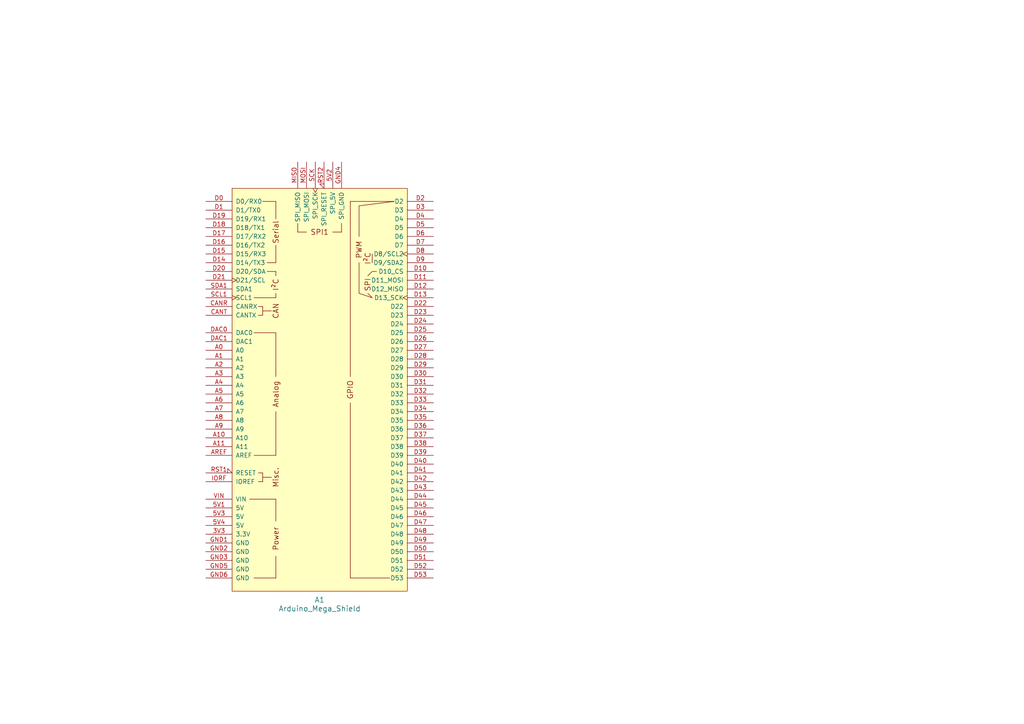
<source format=kicad_sch>
(kicad_sch (version 20231120) (generator "eeschema") (generator_version "8.0")
  (paper "A4")
  (lib_symbols
    (symbol "arduino-library:Arduino_Giga_R1_WiFi_Shield" (pin_names (offset 1.016))
      (property "Reference" "A" (at 0 -62.23 0))
      (property "Value" "Arduino_Giga_R1_WiFi_Shield" (at 0 -66.04 0))
      (symbol "Arduino_Giga_R1_WiFi_Shield_0_0"
        (rectangle (start -25.4 -58.42) (end 25.4 58.42) (fill (type background)))
        (rectangle (start -20.32 -31.75) (end -12.7 -31.75))
        (rectangle (start -19.05 -54.61) (end -12.7 -54.61))
        (rectangle (start -19.05 -19.05) (end -12.7 -19.05))
        (rectangle (start -19.05 16.51) (end -12.7 16.51))
        (rectangle (start -19.05 26.67) (end -12.7 26.67))
        (rectangle (start -17.78 -26.67) (end -16.51 -26.67))
        (rectangle (start -17.78 -24.13) (end -16.51 -24.13))
        (rectangle (start -17.78 21.59) (end -16.51 21.59))
        (rectangle (start -17.78 24.13) (end -16.51 24.13))
        (rectangle (start -16.51 -25.4) (end -13.97 -25.4))
        (rectangle (start -16.51 -24.13) (end -16.51 -26.67))
        (rectangle (start -16.51 22.86) (end -13.97 22.86))
        (rectangle (start -16.51 24.13) (end -16.51 21.59))
        (rectangle (start -16.51 54.61) (end -12.7 54.61))
        (rectangle (start -15.24 34.29) (end -12.7 34.29))
        (rectangle (start -15.24 36.83) (end -12.7 36.83))
        (rectangle (start -12.7 -54.61) (end -12.7 -48.26))
        (rectangle (start -12.7 -31.75) (end -12.7 -38.1))
        (rectangle (start -12.7 -6.35) (end -12.7 -19.05))
        (rectangle (start -12.7 16.51) (end -12.7 3.81))
        (rectangle (start -12.7 26.67) (end -12.7 27.94))
        (rectangle (start -12.7 34.29) (end -12.7 33.02))
        (rectangle (start -12.7 41.91) (end -12.7 36.83))
        (rectangle (start -12.7 49.53) (end -12.7 54.61))
        (rectangle (start -6.35 45.72) (end -3.81 45.72))
        (rectangle (start -6.35 48.26) (end -6.35 45.72))
        (polyline (pts (xy 8.89 -54.61) (xy 20.32 -54.61)))
        (polyline (pts (xy 15.24 26.67) (xy 13.97 27.94)))
        (polyline (pts (xy 15.24 39.37) (xy 15.24 36.83)))
        (polyline (pts (xy 21.59 54.61) (xy 8.89 54.61)))
        (polyline (pts (xy 11.43 44.45) (xy 11.43 53.34) (xy 21.59 54.61)))
        (polyline (pts (xy 13.97 33.02) (xy 15.24 34.29) (xy 16.51 34.29)))
        (polyline (pts (xy 15.24 26.67) (xy 11.43 27.94) (xy 11.43 36.83)))
        (rectangle (start 3.81 45.72) (end 6.35 45.72))
        (rectangle (start 6.35 48.26) (end 6.35 45.72))
        (text "Analog" (at -12.7 -1.27 900) (effects (font (size 1.524 1.524))))
        (text "CAN" (at -12.7 22.86 900) (effects (font (size 1.524 1.524))))
        (text "I²C" (at -12.7 30.48 900) (effects (font (size 1.524 1.524))))
        (text "I²C" (at 13.97 38.1 900) (effects (font (size 1.524 1.524))))
        (text "Misc." (at -12.7 -25.4 900) (effects (font (size 1.524 1.524))))
        (text "Power" (at -12.7 -43.18 900) (effects (font (size 1.524 1.524))))
        (text "PWM" (at 11.43 40.64 900) (effects (font (size 1.524 1.524))))
        (text "Serial" (at -12.7 45.72 900) (effects (font (size 1.524 1.524))))
        (text "SPI" (at 13.97 30.48 900) (effects (font (size 1.524 1.524))))
        (text "SPI1" (at 0 45.72 0) (effects (font (size 1.524 1.524))))
      )
      (symbol "Arduino_Giga_R1_WiFi_Shield_1_0"
        (rectangle (start 8.89 -3.81) (end 8.89 -54.61))
        (rectangle (start 8.89 54.61) (end 8.89 3.81))
        (text "GPIO" (at 8.89 0 900) (effects (font (size 1.524 1.524))))
      )
      (symbol "Arduino_Giga_R1_WiFi_Shield_1_1"
        (pin power_out line (at -33.02 -41.91 0) (length 7.62) (name "3.3V") (number "3V3"))
        (pin power_in line (at -33.02 -34.29 0) (length 7.62) (name "5V") (number "5V1"))
        (pin power_in line (at 3.81 66.04 270) (length 7.62) (name "SPI_5V") (number "5V2"))
        (pin power_in line (at -33.02 -36.83 0) (length 7.62) (name "5V") (number "5V3"))
        (pin power_in line (at -33.02 -39.37 0) (length 7.62) (name "5V") (number "5V4"))
        (pin bidirectional line (at -33.02 11.43 0) (length 7.62) (name "A0") (number "A0"))
        (pin bidirectional line (at -33.02 8.89 0) (length 7.62) (name "A1") (number "A1"))
        (pin input line (at -33.02 -13.97 0) (length 7.62) (name "A10") (number "A10"))
        (pin input line (at -33.02 -16.51 0) (length 7.62) (name "A11") (number "A11"))
        (pin bidirectional line (at -33.02 6.35 0) (length 7.62) (name "A2") (number "A2"))
        (pin bidirectional line (at -33.02 3.81 0) (length 7.62) (name "A3") (number "A3"))
        (pin bidirectional line (at -33.02 1.27 0) (length 7.62) (name "A4") (number "A4"))
        (pin bidirectional line (at -33.02 -1.27 0) (length 7.62) (name "A5") (number "A5"))
        (pin bidirectional line (at -33.02 -3.81 0) (length 7.62) (name "A6") (number "A6"))
        (pin bidirectional line (at -33.02 -6.35 0) (length 7.62) (name "A7") (number "A7"))
        (pin input line (at -33.02 -8.89 0) (length 7.62) (name "A8") (number "A8"))
        (pin input line (at -33.02 -11.43 0) (length 7.62) (name "A9") (number "A9"))
        (pin input line (at -33.02 -19.05 0) (length 7.62) (name "AREF") (number "AREF"))
        (pin bidirectional line (at -33.02 24.13 0) (length 7.62) (name "CANRX") (number "CANR"))
        (pin bidirectional line (at -33.02 21.59 0) (length 7.62) (name "CANTX") (number "CANT"))
        (pin bidirectional line (at -33.02 54.61 0) (length 7.62) (name "D0/RX0") (number "D0"))
        (pin bidirectional line (at -33.02 52.07 0) (length 7.62) (name "D1/TX0") (number "D1"))
        (pin bidirectional line (at 33.02 34.29 180) (length 7.62) (name "D10_CS") (number "D10"))
        (pin bidirectional line (at 33.02 31.75 180) (length 7.62) (name "D11_MOSI") (number "D11"))
        (pin bidirectional line (at 33.02 29.21 180) (length 7.62) (name "D12_MISO") (number "D12"))
        (pin bidirectional clock (at 33.02 26.67 180) (length 7.62) (name "D13_SCK") (number "D13"))
        (pin bidirectional line (at -33.02 36.83 0) (length 7.62) (name "D14/TX3") (number "D14"))
        (pin bidirectional line (at -33.02 39.37 0) (length 7.62) (name "D15/RX3") (number "D15"))
        (pin bidirectional line (at -33.02 41.91 0) (length 7.62) (name "D16/TX2") (number "D16"))
        (pin bidirectional line (at -33.02 44.45 0) (length 7.62) (name "D17/RX2") (number "D17"))
        (pin bidirectional line (at -33.02 46.99 0) (length 7.62) (name "D18/TX1") (number "D18"))
        (pin bidirectional line (at -33.02 49.53 0) (length 7.62) (name "D19/RX1") (number "D19"))
        (pin bidirectional line (at 33.02 54.61 180) (length 7.62) (name "D2") (number "D2"))
        (pin bidirectional line (at -33.02 34.29 0) (length 7.62) (name "D20/SDA") (number "D20"))
        (pin bidirectional clock (at -33.02 31.75 0) (length 7.62) (name "D21/SCL") (number "D21"))
        (pin bidirectional line (at 33.02 24.13 180) (length 7.62) (name "D22") (number "D22"))
        (pin bidirectional line (at 33.02 21.59 180) (length 7.62) (name "D23") (number "D23"))
        (pin bidirectional line (at 33.02 19.05 180) (length 7.62) (name "D24") (number "D24"))
        (pin bidirectional line (at 33.02 16.51 180) (length 7.62) (name "D25") (number "D25"))
        (pin bidirectional line (at 33.02 13.97 180) (length 7.62) (name "D26") (number "D26"))
        (pin bidirectional line (at 33.02 11.43 180) (length 7.62) (name "D27") (number "D27"))
        (pin bidirectional line (at 33.02 8.89 180) (length 7.62) (name "D28") (number "D28"))
        (pin bidirectional line (at 33.02 6.35 180) (length 7.62) (name "D29") (number "D29"))
        (pin bidirectional line (at 33.02 52.07 180) (length 7.62) (name "D3") (number "D3"))
        (pin bidirectional line (at 33.02 3.81 180) (length 7.62) (name "D30") (number "D30"))
        (pin bidirectional line (at 33.02 1.27 180) (length 7.62) (name "D31") (number "D31"))
        (pin bidirectional line (at 33.02 -1.27 180) (length 7.62) (name "D32") (number "D32"))
        (pin bidirectional line (at 33.02 -3.81 180) (length 7.62) (name "D33") (number "D33"))
        (pin bidirectional line (at 33.02 -6.35 180) (length 7.62) (name "D34") (number "D34"))
        (pin bidirectional line (at 33.02 -8.89 180) (length 7.62) (name "D35") (number "D35"))
        (pin bidirectional line (at 33.02 -11.43 180) (length 7.62) (name "D36") (number "D36"))
        (pin bidirectional line (at 33.02 -13.97 180) (length 7.62) (name "D37") (number "D37"))
        (pin bidirectional line (at 33.02 -16.51 180) (length 7.62) (name "D38") (number "D38"))
        (pin bidirectional line (at 33.02 -19.05 180) (length 7.62) (name "D39") (number "D39"))
        (pin bidirectional line (at 33.02 49.53 180) (length 7.62) (name "D4") (number "D4"))
        (pin bidirectional line (at 33.02 -21.59 180) (length 7.62) (name "D40") (number "D40"))
        (pin bidirectional line (at 33.02 -24.13 180) (length 7.62) (name "D41") (number "D41"))
        (pin bidirectional line (at 33.02 -26.67 180) (length 7.62) (name "D42") (number "D42"))
        (pin bidirectional line (at 33.02 -29.21 180) (length 7.62) (name "D43") (number "D43"))
        (pin bidirectional line (at 33.02 -31.75 180) (length 7.62) (name "D44") (number "D44"))
        (pin bidirectional line (at 33.02 -34.29 180) (length 7.62) (name "D45") (number "D45"))
        (pin bidirectional line (at 33.02 -36.83 180) (length 7.62) (name "D46") (number "D46"))
        (pin bidirectional line (at 33.02 -39.37 180) (length 7.62) (name "D47") (number "D47"))
        (pin bidirectional line (at 33.02 -41.91 180) (length 7.62) (name "D48") (number "D48"))
        (pin bidirectional line (at 33.02 -44.45 180) (length 7.62) (name "D49") (number "D49"))
        (pin bidirectional line (at 33.02 46.99 180) (length 7.62) (name "D5") (number "D5"))
        (pin bidirectional line (at 33.02 -46.99 180) (length 7.62) (name "D50") (number "D50"))
        (pin bidirectional line (at 33.02 -49.53 180) (length 7.62) (name "D51") (number "D51"))
        (pin bidirectional line (at 33.02 -52.07 180) (length 7.62) (name "D52") (number "D52"))
        (pin bidirectional line (at 33.02 -54.61 180) (length 7.62) (name "D53") (number "D53"))
        (pin bidirectional line (at 33.02 44.45 180) (length 7.62) (name "D6") (number "D6"))
        (pin bidirectional line (at 33.02 41.91 180) (length 7.62) (name "D7") (number "D7"))
        (pin bidirectional clock (at 33.02 39.37 180) (length 7.62) (name "D8/SCL2") (number "D8"))
        (pin bidirectional line (at 33.02 36.83 180) (length 7.62) (name "D9/SDA2") (number "D9"))
        (pin bidirectional line (at -33.02 16.51 0) (length 7.62) (name "DAC0") (number "DAC0"))
        (pin bidirectional line (at -33.02 13.97 0) (length 7.62) (name "DAC1") (number "DAC1"))
        (pin power_in line (at -33.02 -44.45 0) (length 7.62) (name "GND") (number "GND1"))
        (pin power_in line (at -33.02 -46.99 0) (length 7.62) (name "GND") (number "GND2"))
        (pin power_in line (at -33.02 -49.53 0) (length 7.62) (name "GND") (number "GND3"))
        (pin power_in line (at 6.35 66.04 270) (length 7.62) (name "SPI_GND") (number "GND4"))
        (pin power_in line (at -33.02 -52.07 0) (length 7.62) (name "GND") (number "GND5"))
        (pin power_in line (at -33.02 -54.61 0) (length 7.62) (name "GND") (number "GND6"))
        (pin output line (at -33.02 -26.67 0) (length 7.62) (name "IOREF") (number "IORF"))
        (pin input line (at -6.35 66.04 270) (length 7.62) (name "SPI_MISO") (number "MISO"))
        (pin output line (at -3.81 66.04 270) (length 7.62) (name "SPI_MOSI") (number "MOSI"))
        (pin open_collector input_low (at -33.02 -24.13 0) (length 7.62) (name "RESET") (number "RST1"))
        (pin open_collector input_low (at 1.27 66.04 270) (length 7.62) (name "SPI_RESET") (number "RST2"))
        (pin output clock (at -1.27 66.04 270) (length 7.62) (name "SPI_SCK") (number "SCK"))
        (pin bidirectional clock (at -33.02 26.67 0) (length 7.62) (name "SCL1") (number "SCL1"))
        (pin bidirectional line (at -33.02 29.21 0) (length 7.62) (name "SDA1") (number "SDA1"))
        (pin power_in line (at -33.02 -31.75 0) (length 7.62) (name "VIN") (number "VIN"))
      )
    )
  )
  (symbol (lib_id "arduino-library:Arduino_Giga_R1_WiFi_Shield") (at 92.71 113.03 0) (unit 1)
    (property "Reference" "A1" (at 92.71 173.99 0) (effects (font (size 1.524 1.524))))
    (property "Value" "Arduino_Mega_Shield" (at 92.71 176.53 0) (effects (font (size 1.524 1.524))))
    (property "Footprint" "arduino-library:Arduino_Giga_R1_WiFi_Shield" (effects (hide yes)))
    (property "Datasheet" "https://docs.arduino.cc/hardware/giga-r1-wifi" (effects (hide yes)))
    (property "Description" "Shield for Arduino Giga R1 WiFi" (effects (hide yes)))
  )
)
</source>
